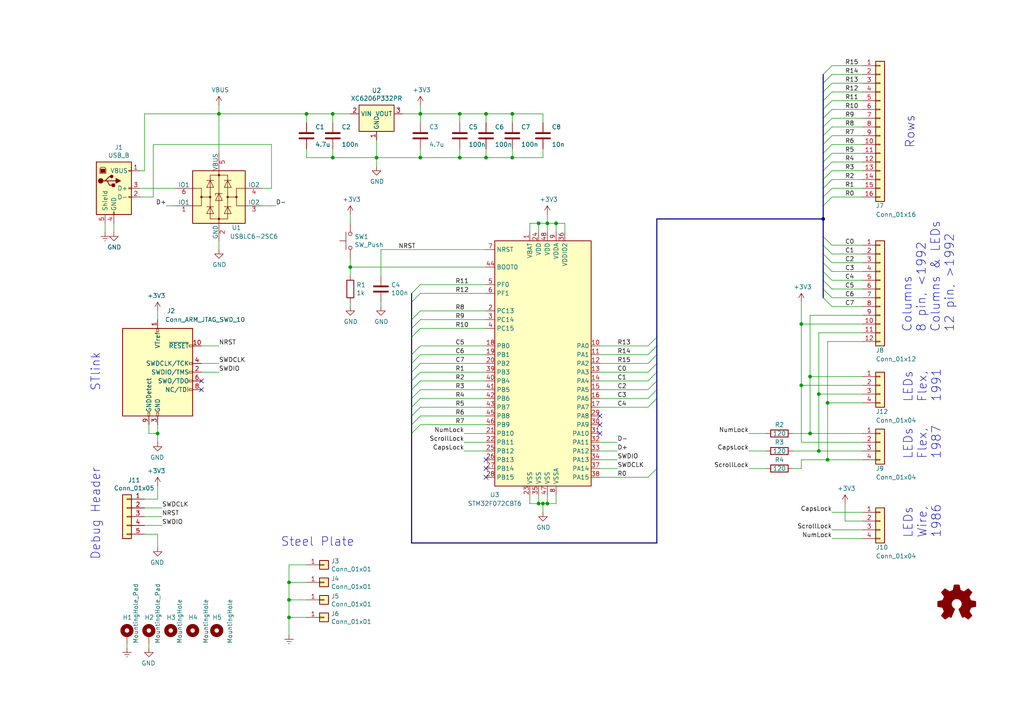
<source format=kicad_sch>
(kicad_sch (version 20211123) (generator eeschema)
  (paper "A4")
  (title_block (title "Model M Controller based on STM32F072") (date "2022-12-22") (rev "1.1") (comment 2 "This source describes Open Hardware and is licensed under the CERN-OHL-S v2\\nYou may redistribute and modify this documentation and make products using it\\nunder the terms of the CERN-OHL-S v2 (https:/cern.ch/cern-ohl).\\nThis documentation is distributed WITHOUT ANY EXPRESS OR IMPLIED WARRANTY") (comment 4 "Copyright Christoph Zimmermann 2021."))
  (lib_symbols
    (symbol "Connector:Conn_ARM_JTAG_SWD_10" (pin_names (offset 1.016))
      (property "Reference" "J" (at -2.54 16.51 0))
      (property "Value" "Conn_ARM_JTAG_SWD_10" (at -2.54 13.97 0))
      (symbol "Conn_ARM_JTAG_SWD_10_1_1"
        (pin power_in line (at 0 15.24 270) (length 2.54) (name "VTref") (number "1"))
        (pin open_collector line (at 12.7 7.62 180) (length 2.54) (name "~{RESET}") (number "10"))
        (pin bidirectional line (at 12.7 0 180) (length 2.54) (name "SWDIO/TMS") (number "2"))
        (pin power_in line (at 0 -15.24 90) (length 2.54) (name "GND") (number "3"))
        (pin output line (at 12.7 2.54 180) (length 2.54) (name "SWDCLK/TCK") (number "4"))
        (pin passive line (at 0 -15.24 90) (length 2.54) hide (name "GND") (number "5"))
        (pin input line (at 12.7 -2.54 180) (length 2.54) (name "SWO/TDO") (number "6"))
        (pin no_connect line (at -10.16 0 0) (length 2.54) hide (name "KEY") (number "7"))
        (pin output line (at 12.7 -5.08 180) (length 2.54) (name "NC/TDI") (number "8"))
        (pin passive line (at -2.54 -15.24 90) (length 2.54) (name "GNDDetect") (number "9"))
      )
    )
    (symbol "Connector_Generic:Conn_01x01" (pin_names (offset 1.016) hide)
      (property "Reference" "J" (at 0 2.54 0))
      (property "Value" "Conn_01x01" (at 0 -2.54 0))
      (symbol "Conn_01x01_1_1"
        (pin passive line (at -5.08 0 0) (length 3.81) (name "Pin_1") (number "1"))
      )
    )
    (symbol "Connector_Generic:Conn_01x04" (pin_names (offset 1.016) hide)
      (property "Reference" "J" (at 0 5.08 0))
      (property "Value" "Conn_01x04" (at 0 -7.62 0))
      (symbol "Conn_01x04_1_1"
        (pin passive line (at -5.08 2.54 0) (length 3.81) (name "Pin_1") (number "1"))
        (pin passive line (at -5.08 0 0) (length 3.81) (name "Pin_2") (number "2"))
        (pin passive line (at -5.08 -2.54 0) (length 3.81) (name "Pin_3") (number "3"))
        (pin passive line (at -5.08 -5.08 0) (length 3.81) (name "Pin_4") (number "4"))
      )
    )
    (symbol "Connector_Generic:Conn_01x05" (pin_names (offset 1.016) hide)
      (property "Reference" "J" (at 0 7.62 0))
      (property "Value" "Conn_01x05" (at 0 -7.62 0))
      (symbol "Conn_01x05_1_1"
        (pin passive line (at -5.08 5.08 0) (length 3.81) (name "Pin_1") (number "1"))
        (pin passive line (at -5.08 2.54 0) (length 3.81) (name "Pin_2") (number "2"))
        (pin passive line (at -5.08 0 0) (length 3.81) (name "Pin_3") (number "3"))
        (pin passive line (at -5.08 -2.54 0) (length 3.81) (name "Pin_4") (number "4"))
        (pin passive line (at -5.08 -5.08 0) (length 3.81) (name "Pin_5") (number "5"))
      )
    )
    (symbol "Connector_Generic:Conn_01x12" (pin_names (offset 1.016) hide)
      (property "Reference" "J" (at 0 15.24 0))
      (property "Value" "Conn_01x12" (at 0 -17.78 0))
      (symbol "Conn_01x12_1_1"
        (pin passive line (at -5.08 12.7 0) (length 3.81) (name "Pin_1") (number "1"))
        (pin passive line (at -5.08 -10.16 0) (length 3.81) (name "Pin_10") (number "10"))
        (pin passive line (at -5.08 -12.7 0) (length 3.81) (name "Pin_11") (number "11"))
        (pin passive line (at -5.08 -15.24 0) (length 3.81) (name "Pin_12") (number "12"))
        (pin passive line (at -5.08 10.16 0) (length 3.81) (name "Pin_2") (number "2"))
        (pin passive line (at -5.08 7.62 0) (length 3.81) (name "Pin_3") (number "3"))
        (pin passive line (at -5.08 5.08 0) (length 3.81) (name "Pin_4") (number "4"))
        (pin passive line (at -5.08 2.54 0) (length 3.81) (name "Pin_5") (number "5"))
        (pin passive line (at -5.08 0 0) (length 3.81) (name "Pin_6") (number "6"))
        (pin passive line (at -5.08 -2.54 0) (length 3.81) (name "Pin_7") (number "7"))
        (pin passive line (at -5.08 -5.08 0) (length 3.81) (name "Pin_8") (number "8"))
        (pin passive line (at -5.08 -7.62 0) (length 3.81) (name "Pin_9") (number "9"))
      )
    )
    (symbol "Connector_Generic:Conn_01x16" (pin_names (offset 1.016) hide)
      (property "Reference" "J" (at 0 20.32 0))
      (property "Value" "Conn_01x16" (at 0 -22.86 0))
      (symbol "Conn_01x16_1_1"
        (pin passive line (at -5.08 17.78 0) (length 3.81) (name "Pin_1") (number "1"))
        (pin passive line (at -5.08 -5.08 0) (length 3.81) (name "Pin_10") (number "10"))
        (pin passive line (at -5.08 -7.62 0) (length 3.81) (name "Pin_11") (number "11"))
        (pin passive line (at -5.08 -10.16 0) (length 3.81) (name "Pin_12") (number "12"))
        (pin passive line (at -5.08 -12.7 0) (length 3.81) (name "Pin_13") (number "13"))
        (pin passive line (at -5.08 -15.24 0) (length 3.81) (name "Pin_14") (number "14"))
        (pin passive line (at -5.08 -17.78 0) (length 3.81) (name "Pin_15") (number "15"))
        (pin passive line (at -5.08 -20.32 0) (length 3.81) (name "Pin_16") (number "16"))
        (pin passive line (at -5.08 15.24 0) (length 3.81) (name "Pin_2") (number "2"))
        (pin passive line (at -5.08 12.7 0) (length 3.81) (name "Pin_3") (number "3"))
        (pin passive line (at -5.08 10.16 0) (length 3.81) (name "Pin_4") (number "4"))
        (pin passive line (at -5.08 7.62 0) (length 3.81) (name "Pin_5") (number "5"))
        (pin passive line (at -5.08 5.08 0) (length 3.81) (name "Pin_6") (number "6"))
        (pin passive line (at -5.08 2.54 0) (length 3.81) (name "Pin_7") (number "7"))
        (pin passive line (at -5.08 0 0) (length 3.81) (name "Pin_8") (number "8"))
        (pin passive line (at -5.08 -2.54 0) (length 3.81) (name "Pin_9") (number "9"))
      )
    )
    (symbol "Device:C" (pin_numbers hide) (pin_names (offset 0.254))
      (property "Reference" "C" (at 0.635 2.54 0))
      (property "Value" "C" (at 0.635 -2.54 0))
      (symbol "C_1_1"
        (pin passive line (at 0 3.81 270) (length 2.794) (name "~") (number "1"))
        (pin passive line (at 0 -3.81 90) (length 2.794) (name "~") (number "2"))
      )
    )
    (symbol "Device:R" (pin_numbers hide) (pin_names (offset 0))
      (property "Reference" "R" (at 2.032 0 90))
      (property "Value" "R" (at 0 0 90))
      (symbol "R_1_1"
        (pin passive line (at 0 3.81 270) (length 1.27) (name "~") (number "1"))
        (pin passive line (at 0 -3.81 90) (length 1.27) (name "~") (number "2"))
      )
    )
    (symbol "Graphic:Logo_Open_Hardware_Small" (pin_names (offset 1.016)))
    (symbol "MCU_ST_STM32F0:STM32F072CBTx"
      (property "Reference" "U" (at -15.24 36.83 0))
      (property "Value" "STM32F072CBTx" (at 7.62 36.83 0))
      (symbol "STM32F072CBTx_1_1"
        (pin power_in line (at -5.08 38.1 270) (length 2.54) (name "VBAT") (number "1"))
        (pin bidirectional line (at 15.24 5.08 180) (length 2.54) (name "PA0") (number "10"))
        (pin bidirectional line (at 15.24 2.54 180) (length 2.54) (name "PA1") (number "11"))
        (pin bidirectional line (at 15.24 0 180) (length 2.54) (name "PA2") (number "12"))
        (pin bidirectional line (at 15.24 -2.54 180) (length 2.54) (name "PA3") (number "13"))
        (pin bidirectional line (at 15.24 -5.08 180) (length 2.54) (name "PA4") (number "14"))
        (pin bidirectional line (at 15.24 -7.62 180) (length 2.54) (name "PA5") (number "15"))
        (pin bidirectional line (at 15.24 -10.16 180) (length 2.54) (name "PA6") (number "16"))
        (pin bidirectional line (at 15.24 -12.7 180) (length 2.54) (name "PA7") (number "17"))
        (pin bidirectional line (at -17.78 5.08 0) (length 2.54) (name "PB0") (number "18"))
        (pin bidirectional line (at -17.78 2.54 0) (length 2.54) (name "PB1") (number "19"))
        (pin bidirectional line (at -17.78 15.24 0) (length 2.54) (name "PC13") (number "2"))
        (pin bidirectional line (at -17.78 0 0) (length 2.54) (name "PB2") (number "20"))
        (pin bidirectional line (at -17.78 -20.32 0) (length 2.54) (name "PB10") (number "21"))
        (pin bidirectional line (at -17.78 -22.86 0) (length 2.54) (name "PB11") (number "22"))
        (pin power_in line (at -5.08 -38.1 90) (length 2.54) (name "VSS") (number "23"))
        (pin power_in line (at -2.54 38.1 270) (length 2.54) (name "VDD") (number "24"))
        (pin bidirectional line (at -17.78 -25.4 0) (length 2.54) (name "PB12") (number "25"))
        (pin bidirectional line (at -17.78 -27.94 0) (length 2.54) (name "PB13") (number "26"))
        (pin bidirectional line (at -17.78 -30.48 0) (length 2.54) (name "PB14") (number "27"))
        (pin bidirectional line (at -17.78 -33.02 0) (length 2.54) (name "PB15") (number "28"))
        (pin bidirectional line (at 15.24 -15.24 180) (length 2.54) (name "PA8") (number "29"))
        (pin bidirectional line (at -17.78 12.7 0) (length 2.54) (name "PC14") (number "3"))
        (pin bidirectional line (at 15.24 -17.78 180) (length 2.54) (name "PA9") (number "30"))
        (pin bidirectional line (at 15.24 -20.32 180) (length 2.54) (name "PA10") (number "31"))
        (pin bidirectional line (at 15.24 -22.86 180) (length 2.54) (name "PA11") (number "32"))
        (pin bidirectional line (at 15.24 -25.4 180) (length 2.54) (name "PA12") (number "33"))
        (pin bidirectional line (at 15.24 -27.94 180) (length 2.54) (name "PA13") (number "34"))
        (pin power_in line (at -2.54 -38.1 90) (length 2.54) (name "VSS") (number "35"))
        (pin power_in line (at 5.08 38.1 270) (length 2.54) (name "VDDIO2") (number "36"))
        (pin bidirectional line (at 15.24 -30.48 180) (length 2.54) (name "PA14") (number "37"))
        (pin bidirectional line (at 15.24 -33.02 180) (length 2.54) (name "PA15") (number "38"))
        (pin bidirectional line (at -17.78 -2.54 0) (length 2.54) (name "PB3") (number "39"))
        (pin bidirectional line (at -17.78 10.16 0) (length 2.54) (name "PC15") (number "4"))
        (pin bidirectional line (at -17.78 -5.08 0) (length 2.54) (name "PB4") (number "40"))
        (pin bidirectional line (at -17.78 -7.62 0) (length 2.54) (name "PB5") (number "41"))
        (pin bidirectional line (at -17.78 -10.16 0) (length 2.54) (name "PB6") (number "42"))
        (pin bidirectional line (at -17.78 -12.7 0) (length 2.54) (name "PB7") (number "43"))
        (pin input line (at -17.78 27.94 0) (length 2.54) (name "BOOT0") (number "44"))
        (pin bidirectional line (at -17.78 -15.24 0) (length 2.54) (name "PB8") (number "45"))
        (pin bidirectional line (at -17.78 -17.78 0) (length 2.54) (name "PB9") (number "46"))
        (pin power_in line (at 0 -38.1 90) (length 2.54) (name "VSS") (number "47"))
        (pin power_in line (at 0 38.1 270) (length 2.54) (name "VDD") (number "48"))
        (pin input line (at -17.78 22.86 0) (length 2.54) (name "PF0") (number "5"))
        (pin input line (at -17.78 20.32 0) (length 2.54) (name "PF1") (number "6"))
        (pin input line (at -17.78 33.02 0) (length 2.54) (name "NRST") (number "7"))
        (pin power_in line (at 2.54 -38.1 90) (length 2.54) (name "VSSA") (number "8"))
        (pin power_in line (at 2.54 38.1 270) (length 2.54) (name "VDDA") (number "9"))
      )
    )
    (symbol "Mechanical:MountingHole" (pin_names (offset 1.016))
      (property "Reference" "H" (at 0 5.08 0))
      (property "Value" "MountingHole" (at 0 3.175 0))
    )
    (symbol "Mechanical:MountingHole_Pad" (pin_numbers hide) (pin_names (offset 1.016) hide)
      (property "Reference" "H" (at 0 6.35 0))
      (property "Value" "MountingHole_Pad" (at 0 4.445 0))
      (symbol "MountingHole_Pad_1_1"
        (pin input line (at 0 -2.54 90) (length 2.54) (name "1") (number "1"))
      )
    )
    (symbol "Regulator_Linear:HT75xx-1-SOT89"
      (property "Reference" "U" (at -5.08 -3.81 0))
      (property "Value" "HT75xx-1-SOT89" (at 0 6.35 0))
      (symbol "HT75xx-1-SOT89_1_1"
        (pin power_in line (at 0 -5.08 90) (length 2.54) (name "GND") (number "1"))
        (pin power_in line (at -7.62 2.54 0) (length 2.54) (name "VIN") (number "2"))
        (pin power_out line (at 7.62 2.54 180) (length 2.54) (name "VOUT") (number "3"))
      )
    )
    (symbol "Switch:SW_Push" (pin_numbers hide) (pin_names (offset 1.016) hide)
      (property "Reference" "SW" (at 1.27 2.54 0))
      (property "Value" "SW_Push" (at 0 -1.524 0))
      (symbol "SW_Push_0_1"
        (pin passive line (at -5.08 0 0) (length 2.54) (name "1") (number "1"))
        (pin passive line (at 5.08 0 180) (length 2.54) (name "2") (number "2"))
      )
    )
    (symbol "ctrl-m-rescue:+3.3V-power" (power) (pin_names (offset 0))
      (property "Value" "+3.3V-power" (at 0 3.556 0))
      (symbol "+3.3V-power_1_1"
        (pin power_in line (at 0 0 90) (length 0) hide (name "+3V3") (number "1"))
      )
    )
    (symbol "ctrl-m-rescue:USBLC6-2SC6-Power_Protection-modelm-rescue" (pin_names (offset 0))
      (property "Reference" "U" (at 5.08 8.89 0))
      (property "Value" "USBLC6-2SC6-Power_Protection-modelm-rescue" (at 10.16 -10.16 0))
      (symbol "USBLC6-2SC6-Power_Protection-modelm-rescue_1_1"
        (pin passive line (at -12.7 -2.54 0) (length 5.08) (name "IO1") (number "1"))
        (pin passive line (at 0 -12.7 90) (length 5.08) (name "GND") (number "2"))
        (pin passive line (at 12.7 -2.54 180) (length 5.08) (name "IO2") (number "3"))
        (pin passive line (at 12.7 2.54 180) (length 5.08) (name "IO2") (number "4"))
        (pin passive line (at 0 12.7 270) (length 5.08) (name "VBUS") (number "5"))
        (pin passive line (at -12.7 2.54 0) (length 5.08) (name "IO1") (number "6"))
      )
    )
    (symbol "ctrl-m-rescue:USB_B-Connector-modelm-rescue" (pin_names (offset 1.016))
      (property "Reference" "J" (at -5.08 11.43 0))
      (property "Value" "USB_B-Connector-modelm-rescue" (at -5.08 8.89 0))
      (symbol "USB_B-Connector-modelm-rescue_1_1"
        (pin power_out line (at 7.62 5.08 180) (length 2.54) (name "VBUS") (number "1"))
        (pin passive line (at 7.62 -2.54 180) (length 2.54) (name "D-") (number "2"))
        (pin passive line (at 7.62 0 180) (length 2.54) (name "D+") (number "3"))
        (pin power_out line (at 0 -10.16 90) (length 2.54) (name "GND") (number "4"))
        (pin passive line (at -2.54 -10.16 90) (length 2.54) (name "Shield") (number "5"))
      )
    )
    (symbol "power:Earth" (power) (pin_names (offset 0))
      (symbol "Earth_1_1"
        (pin power_in line (at 0 0 270) (length 0) hide (name "Earth") (number "1"))
      )
    )
    (symbol "power:GND" (power) (pin_names (offset 0))
      (property "Value" "GND" (at 0 -3.81 0))
      (symbol "GND_1_1"
        (pin power_in line (at 0 0 270) (length 0) hide (name "GND") (number "1"))
      )
    )
    (symbol "power:VBUS" (power) (pin_names (offset 0))
      (property "Value" "VBUS" (at 0 3.81 0))
      (symbol "VBUS_1_1"
        (pin power_in line (at 0 0 90) (length 0) hide (name "VBUS") (number "1"))
      )
    )
  )
  (junction (at 158.75 64.77))
  (junction (at 83.82 179.07))
  (junction (at 148.59 45.72))
  (junction (at 88.9 33.02))
  (junction (at 140.97 33.02))
  (junction (at 232.41 93.98))
  (junction (at 63.5 33.02))
  (junction (at 45.72 125.73))
  (junction (at 240.03 116.84))
  (junction (at 121.92 33.02))
  (junction (at 237.49 130.81))
  (junction (at 158.75 146.05))
  (junction (at 238.76 63.5))
  (junction (at 232.41 111.76))
  (junction (at 237.49 114.3))
  (junction (at 133.35 33.02))
  (junction (at 133.35 45.72))
  (junction (at 96.52 45.72))
  (junction (at 121.92 45.72))
  (junction (at 101.6 77.47))
  (junction (at 161.29 64.77))
  (junction (at 157.48 146.05))
  (junction (at 83.82 168.91))
  (junction (at 148.59 33.02))
  (junction (at 83.82 173.99))
  (junction (at 96.52 33.02))
  (junction (at 109.22 45.72))
  (junction (at 140.97 45.72))
  (junction (at 156.21 146.05))
  (junction (at 156.21 64.77))
  (junction (at 240.03 133.35))
  (junction (at 234.95 109.22))
  (junction (at 234.95 125.73))
  (no_connect (at 173.99 123.19))
  (no_connect (at 140.97 138.43))
  (no_connect (at 140.97 135.89))
  (no_connect (at 173.99 125.73))
  (no_connect (at 140.97 133.35))
  (no_connect (at 173.99 120.65))
  (no_connect (at 58.42 113.03))
  (no_connect (at 58.42 110.49))
  (bus_entry (at 190.5 100.33) (size -2.54 2.54))
  (bus_entry (at 119.38 95.25) (size 2.54 -2.54))
  (bus_entry (at 190.5 135.89) (size -2.54 2.54))
  (bus_entry (at 119.38 92.71) (size 2.54 -2.54))
  (bus_entry (at 190.5 115.57) (size -2.54 2.54))
  (bus_entry (at 119.38 123.19) (size 2.54 -2.54))
  (bus_entry (at 238.76 21.59) (size 2.54 -2.54))
  (bus_entry (at 238.76 76.2) (size 2.54 2.54))
  (bus_entry (at 238.76 73.66) (size 2.54 2.54))
  (bus_entry (at 238.76 41.91) (size 2.54 -2.54))
  (bus_entry (at 190.5 105.41) (size -2.54 2.54))
  (bus_entry (at 190.5 113.03) (size -2.54 2.54))
  (bus_entry (at 119.38 85.09) (size 2.54 -2.54))
  (bus_entry (at 238.76 86.36) (size 2.54 2.54))
  (bus_entry (at 119.38 107.95) (size 2.54 -2.54))
  (bus_entry (at 238.76 36.83) (size 2.54 -2.54))
  (bus_entry (at 190.5 97.79) (size -2.54 2.54))
  (bus_entry (at 238.76 78.74) (size 2.54 2.54))
  (bus_entry (at 119.38 113.03) (size 2.54 -2.54))
  (bus_entry (at 238.76 26.67) (size 2.54 -2.54))
  (bus_entry (at 238.76 59.69) (size 2.54 -2.54))
  (bus_entry (at 238.76 46.99) (size 2.54 -2.54))
  (bus_entry (at 190.5 110.49) (size -2.54 2.54))
  (bus_entry (at 119.38 120.65) (size 2.54 -2.54))
  (bus_entry (at 238.76 68.58) (size 2.54 2.54))
  (bus_entry (at 119.38 115.57) (size 2.54 -2.54))
  (bus_entry (at 119.38 102.87) (size 2.54 -2.54))
  (bus_entry (at 119.38 105.41) (size 2.54 -2.54))
  (bus_entry (at 238.76 29.21) (size 2.54 -2.54))
  (bus_entry (at 238.76 71.12) (size 2.54 2.54))
  (bus_entry (at 238.76 52.07) (size 2.54 -2.54))
  (bus_entry (at 238.76 24.13) (size 2.54 -2.54))
  (bus_entry (at 238.76 44.45) (size 2.54 -2.54))
  (bus_entry (at 238.76 81.28) (size 2.54 2.54))
  (bus_entry (at 119.38 97.79) (size 2.54 -2.54))
  (bus_entry (at 119.38 118.11) (size 2.54 -2.54))
  (bus_entry (at 238.76 57.15) (size 2.54 -2.54))
  (bus_entry (at 238.76 31.75) (size 2.54 -2.54))
  (bus_entry (at 190.5 107.95) (size -2.54 2.54))
  (bus_entry (at 238.76 54.61) (size 2.54 -2.54))
  (bus_entry (at 190.5 102.87) (size -2.54 2.54))
  (bus_entry (at 119.38 110.49) (size 2.54 -2.54))
  (bus_entry (at 238.76 34.29) (size 2.54 -2.54))
  (bus_entry (at 238.76 49.53) (size 2.54 -2.54))
  (bus_entry (at 238.76 39.37) (size 2.54 -2.54))
  (bus_entry (at 238.76 83.82) (size 2.54 2.54))
  (bus_entry (at 119.38 125.73) (size 2.54 -2.54))
  (bus_entry (at 119.38 87.63) (size 2.54 -2.54))
  (wire (pts (xy 241.3 156.21) (xy 250.19 156.21)))
  (wire (pts (xy 173.99 100.33) (xy 187.96 100.33)))
  (wire (pts (xy 158.75 146.05) (xy 161.29 146.05)))
  (wire (pts (xy 250.19 36.83) (xy 241.3 36.83)))
  (wire (pts (xy 41.91 154.94) (xy 45.72 154.94)))
  (wire (pts (xy 173.99 107.95) (xy 187.96 107.95)))
  (wire (pts (xy 121.92 120.65) (xy 140.97 120.65)))
  (wire (pts (xy 121.92 113.03) (xy 140.97 113.03)))
  (wire (pts (xy 229.87 130.81) (xy 237.49 130.81)))
  (bus (pts (xy 119.38 105.41) (xy 119.38 107.95)))
  (wire (pts (xy 40.64 49.53) (xy 41.91 49.53)))
  (wire (pts (xy 41.91 147.32) (xy 46.99 147.32)))
  (wire (pts (xy 237.49 130.81) (xy 250.19 130.81)))
  (wire (pts (xy 140.97 128.27) (xy 134.62 128.27)))
  (bus (pts (xy 238.76 63.5) (xy 238.76 68.58)))
  (bus (pts (xy 119.38 97.79) (xy 119.38 102.87)))
  (wire (pts (xy 241.3 34.29) (xy 250.19 34.29)))
  (wire (pts (xy 121.92 90.17) (xy 140.97 90.17)))
  (wire (pts (xy 156.21 143.51) (xy 156.21 146.05)))
  (wire (pts (xy 101.6 74.93) (xy 101.6 77.47)))
  (wire (pts (xy 245.11 151.13) (xy 250.19 151.13)))
  (wire (pts (xy 241.3 148.59) (xy 250.19 148.59)))
  (wire (pts (xy 121.92 115.57) (xy 140.97 115.57)))
  (wire (pts (xy 134.62 130.81) (xy 140.97 130.81)))
  (wire (pts (xy 250.19 93.98) (xy 232.41 93.98)))
  (wire (pts (xy 250.19 78.74) (xy 241.3 78.74)))
  (wire (pts (xy 241.3 153.67) (xy 250.19 153.67)))
  (wire (pts (xy 237.49 114.3) (xy 250.19 114.3)))
  (wire (pts (xy 241.3 81.28) (xy 250.19 81.28)))
  (wire (pts (xy 40.64 57.15) (xy 44.45 57.15)))
  (bus (pts (xy 119.38 95.25) (xy 119.38 97.79)))
  (wire (pts (xy 158.75 64.77) (xy 161.29 64.77)))
  (bus (pts (xy 119.38 107.95) (xy 119.38 110.49)))
  (wire (pts (xy 109.22 45.72) (xy 109.22 48.26)))
  (wire (pts (xy 173.99 110.49) (xy 187.96 110.49)))
  (bus (pts (xy 238.76 54.61) (xy 238.76 57.15)))
  (wire (pts (xy 241.3 29.21) (xy 250.19 29.21)))
  (wire (pts (xy 232.41 128.27) (xy 250.19 128.27)))
  (wire (pts (xy 44.45 41.91) (xy 78.74 41.91)))
  (wire (pts (xy 140.97 33.02) (xy 148.59 33.02)))
  (wire (pts (xy 250.19 41.91) (xy 241.3 41.91)))
  (wire (pts (xy 121.92 118.11) (xy 140.97 118.11)))
  (wire (pts (xy 43.18 186.69) (xy 43.18 187.96)))
  (wire (pts (xy 121.92 82.55) (xy 140.97 82.55)))
  (wire (pts (xy 76.2 59.69) (xy 80.01 59.69)))
  (wire (pts (xy 250.19 88.9) (xy 241.3 88.9)))
  (wire (pts (xy 232.41 135.89) (xy 232.41 133.35)))
  (wire (pts (xy 109.22 40.64) (xy 109.22 45.72)))
  (wire (pts (xy 133.35 35.56) (xy 133.35 33.02)))
  (wire (pts (xy 41.91 33.02) (xy 41.91 49.53)))
  (wire (pts (xy 229.87 135.89) (xy 232.41 135.89)))
  (bus (pts (xy 238.76 78.74) (xy 238.76 81.28)))
  (bus (pts (xy 119.38 125.73) (xy 119.38 157.48)))
  (wire (pts (xy 173.99 115.57) (xy 187.96 115.57)))
  (bus (pts (xy 119.38 102.87) (xy 119.38 105.41)))
  (wire (pts (xy 157.48 146.05) (xy 158.75 146.05)))
  (bus (pts (xy 119.38 87.63) (xy 119.38 92.71)))
  (bus (pts (xy 190.5 105.41) (xy 190.5 107.95)))
  (wire (pts (xy 173.99 128.27) (xy 179.07 128.27)))
  (wire (pts (xy 232.41 111.76) (xy 250.19 111.76)))
  (wire (pts (xy 44.45 57.15) (xy 44.45 41.91)))
  (wire (pts (xy 45.72 144.78) (xy 45.72 140.97)))
  (wire (pts (xy 43.18 123.19) (xy 43.18 125.73)))
  (wire (pts (xy 58.42 105.41) (xy 63.5 105.41)))
  (wire (pts (xy 101.6 87.63) (xy 101.6 88.9)))
  (wire (pts (xy 158.75 143.51) (xy 158.75 146.05)))
  (wire (pts (xy 121.92 105.41) (xy 140.97 105.41)))
  (wire (pts (xy 41.91 33.02) (xy 63.5 33.02)))
  (wire (pts (xy 240.03 116.84) (xy 250.19 116.84)))
  (bus (pts (xy 238.76 36.83) (xy 238.76 39.37)))
  (wire (pts (xy 222.25 135.89) (xy 217.17 135.89)))
  (wire (pts (xy 88.9 179.07) (xy 83.82 179.07)))
  (bus (pts (xy 238.76 83.82) (xy 238.76 86.36)))
  (wire (pts (xy 43.18 125.73) (xy 45.72 125.73)))
  (wire (pts (xy 250.19 31.75) (xy 241.3 31.75)))
  (bus (pts (xy 119.38 118.11) (xy 119.38 120.65)))
  (wire (pts (xy 241.3 39.37) (xy 250.19 39.37)))
  (bus (pts (xy 238.76 59.69) (xy 238.76 63.5)))
  (wire (pts (xy 121.92 100.33) (xy 140.97 100.33)))
  (wire (pts (xy 148.59 43.18) (xy 148.59 45.72)))
  (bus (pts (xy 190.5 63.5) (xy 238.76 63.5)))
  (wire (pts (xy 237.49 96.52) (xy 237.49 114.3)))
  (wire (pts (xy 250.19 109.22) (xy 234.95 109.22)))
  (wire (pts (xy 83.82 184.15) (xy 83.82 179.07)))
  (wire (pts (xy 245.11 146.05) (xy 245.11 151.13)))
  (wire (pts (xy 83.82 179.07) (xy 83.82 173.99)))
  (wire (pts (xy 50.8 59.69) (xy 48.26 59.69)))
  (wire (pts (xy 173.99 130.81) (xy 179.07 130.81)))
  (wire (pts (xy 241.3 24.13) (xy 250.19 24.13)))
  (wire (pts (xy 157.48 43.18) (xy 157.48 45.72)))
  (wire (pts (xy 232.41 111.76) (xy 232.41 128.27)))
  (wire (pts (xy 45.72 92.71) (xy 45.72 90.17)))
  (bus (pts (xy 238.76 46.99) (xy 238.76 49.53)))
  (wire (pts (xy 241.3 44.45) (xy 250.19 44.45)))
  (wire (pts (xy 241.3 71.12) (xy 250.19 71.12)))
  (wire (pts (xy 88.9 43.18) (xy 88.9 45.72)))
  (bus (pts (xy 238.76 57.15) (xy 238.76 59.69)))
  (wire (pts (xy 173.99 105.41) (xy 187.96 105.41)))
  (bus (pts (xy 190.5 100.33) (xy 190.5 102.87)))
  (bus (pts (xy 119.38 120.65) (xy 119.38 123.19)))
  (bus (pts (xy 119.38 123.19) (xy 119.38 125.73)))
  (wire (pts (xy 83.82 173.99) (xy 83.82 168.91)))
  (wire (pts (xy 121.92 123.19) (xy 140.97 123.19)))
  (wire (pts (xy 173.99 113.03) (xy 187.96 113.03)))
  (wire (pts (xy 237.49 114.3) (xy 237.49 130.81)))
  (bus (pts (xy 238.76 29.21) (xy 238.76 31.75)))
  (wire (pts (xy 241.3 76.2) (xy 250.19 76.2)))
  (bus (pts (xy 238.76 26.67) (xy 238.76 29.21)))
  (wire (pts (xy 101.6 77.47) (xy 101.6 80.01)))
  (wire (pts (xy 234.95 109.22) (xy 234.95 125.73)))
  (wire (pts (xy 161.29 146.05) (xy 161.29 143.51)))
  (wire (pts (xy 173.99 118.11) (xy 187.96 118.11)))
  (wire (pts (xy 173.99 133.35) (xy 179.07 133.35)))
  (wire (pts (xy 234.95 125.73) (xy 229.87 125.73)))
  (wire (pts (xy 83.82 168.91) (xy 83.82 163.83)))
  (wire (pts (xy 78.74 41.91) (xy 78.74 54.61)))
  (bus (pts (xy 119.38 85.09) (xy 119.38 87.63)))
  (wire (pts (xy 96.52 45.72) (xy 109.22 45.72)))
  (wire (pts (xy 241.3 86.36) (xy 250.19 86.36)))
  (wire (pts (xy 88.9 173.99) (xy 83.82 173.99)))
  (wire (pts (xy 240.03 133.35) (xy 250.19 133.35)))
  (bus (pts (xy 238.76 81.28) (xy 238.76 83.82)))
  (wire (pts (xy 88.9 33.02) (xy 96.52 33.02)))
  (wire (pts (xy 148.59 35.56) (xy 148.59 33.02)))
  (bus (pts (xy 238.76 68.58) (xy 238.76 71.12)))
  (wire (pts (xy 222.25 125.73) (xy 217.17 125.73)))
  (wire (pts (xy 250.19 91.44) (xy 234.95 91.44)))
  (wire (pts (xy 121.92 30.48) (xy 121.92 33.02)))
  (wire (pts (xy 133.35 45.72) (xy 121.92 45.72)))
  (wire (pts (xy 121.92 85.09) (xy 140.97 85.09)))
  (wire (pts (xy 45.72 123.19) (xy 45.72 125.73)))
  (wire (pts (xy 156.21 64.77) (xy 158.75 64.77)))
  (bus (pts (xy 119.38 157.48) (xy 190.5 157.48)))
  (bus (pts (xy 238.76 41.91) (xy 238.76 44.45)))
  (bus (pts (xy 190.5 63.5) (xy 190.5 97.79)))
  (wire (pts (xy 153.67 143.51) (xy 153.67 146.05)))
  (wire (pts (xy 63.5 72.39) (xy 63.5 69.85)))
  (wire (pts (xy 41.91 152.4) (xy 46.99 152.4)))
  (wire (pts (xy 161.29 64.77) (xy 163.83 64.77)))
  (wire (pts (xy 58.42 107.95) (xy 63.5 107.95)))
  (wire (pts (xy 110.49 87.63) (xy 110.49 88.9)))
  (wire (pts (xy 250.19 125.73) (xy 234.95 125.73)))
  (wire (pts (xy 240.03 99.06) (xy 240.03 116.84)))
  (bus (pts (xy 190.5 110.49) (xy 190.5 113.03)))
  (wire (pts (xy 63.5 33.02) (xy 63.5 44.45)))
  (wire (pts (xy 153.67 64.77) (xy 156.21 64.77)))
  (bus (pts (xy 238.76 52.07) (xy 238.76 54.61)))
  (bus (pts (xy 190.5 135.89) (xy 190.5 157.48)))
  (bus (pts (xy 119.38 110.49) (xy 119.38 113.03)))
  (bus (pts (xy 238.76 73.66) (xy 238.76 76.2)))
  (wire (pts (xy 153.67 146.05) (xy 156.21 146.05)))
  (wire (pts (xy 121.92 35.56) (xy 121.92 33.02)))
  (wire (pts (xy 121.92 92.71) (xy 140.97 92.71)))
  (wire (pts (xy 41.91 144.78) (xy 45.72 144.78)))
  (wire (pts (xy 148.59 33.02) (xy 157.48 33.02)))
  (wire (pts (xy 232.41 87.63) (xy 232.41 93.98)))
  (bus (pts (xy 238.76 34.29) (xy 238.76 36.83)))
  (wire (pts (xy 78.74 54.61) (xy 76.2 54.61)))
  (wire (pts (xy 241.3 54.61) (xy 250.19 54.61)))
  (wire (pts (xy 133.35 43.18) (xy 133.35 45.72)))
  (bus (pts (xy 238.76 44.45) (xy 238.76 46.99)))
  (wire (pts (xy 187.96 138.43) (xy 173.99 138.43)))
  (bus (pts (xy 238.76 71.12) (xy 238.76 73.66)))
  (wire (pts (xy 36.83 186.69) (xy 36.83 187.96)))
  (bus (pts (xy 238.76 49.53) (xy 238.76 52.07)))
  (wire (pts (xy 121.92 110.49) (xy 140.97 110.49)))
  (wire (pts (xy 250.19 46.99) (xy 241.3 46.99)))
  (wire (pts (xy 250.19 73.66) (xy 241.3 73.66)))
  (wire (pts (xy 121.92 33.02) (xy 133.35 33.02)))
  (wire (pts (xy 250.19 99.06) (xy 240.03 99.06)))
  (wire (pts (xy 40.64 54.61) (xy 50.8 54.61)))
  (wire (pts (xy 163.83 64.77) (xy 163.83 67.31)))
  (bus (pts (xy 238.76 24.13) (xy 238.76 26.67)))
  (wire (pts (xy 30.48 64.77) (xy 30.48 67.31)))
  (wire (pts (xy 153.67 67.31) (xy 153.67 64.77)))
  (wire (pts (xy 158.75 62.23) (xy 158.75 64.77)))
  (wire (pts (xy 222.25 130.81) (xy 217.17 130.81)))
  (wire (pts (xy 63.5 30.48) (xy 63.5 33.02)))
  (wire (pts (xy 148.59 45.72) (xy 140.97 45.72)))
  (bus (pts (xy 238.76 21.59) (xy 238.76 24.13)))
  (bus (pts (xy 190.5 102.87) (xy 190.5 105.41)))
  (wire (pts (xy 158.75 67.31) (xy 158.75 64.77)))
  (wire (pts (xy 250.19 96.52) (xy 237.49 96.52)))
  (wire (pts (xy 63.5 100.33) (xy 58.42 100.33)))
  (wire (pts (xy 46.99 149.86) (xy 41.91 149.86)))
  (wire (pts (xy 116.84 33.02) (xy 121.92 33.02)))
  (bus (pts (xy 238.76 31.75) (xy 238.76 34.29)))
  (wire (pts (xy 88.9 45.72) (xy 96.52 45.72)))
  (wire (pts (xy 157.48 146.05) (xy 157.48 148.59)))
  (wire (pts (xy 45.72 154.94) (xy 45.72 158.75)))
  (bus (pts (xy 238.76 39.37) (xy 238.76 41.91)))
  (wire (pts (xy 241.3 19.05) (xy 250.19 19.05)))
  (bus (pts (xy 119.38 115.57) (xy 119.38 118.11)))
  (wire (pts (xy 240.03 116.84) (xy 240.03 133.35)))
  (wire (pts (xy 83.82 168.91) (xy 88.9 168.91)))
  (wire (pts (xy 121.92 45.72) (xy 109.22 45.72)))
  (wire (pts (xy 110.49 72.39) (xy 140.97 72.39)))
  (wire (pts (xy 88.9 33.02) (xy 63.5 33.02)))
  (wire (pts (xy 232.41 93.98) (xy 232.41 111.76)))
  (wire (pts (xy 173.99 135.89) (xy 179.07 135.89)))
  (wire (pts (xy 121.92 107.95) (xy 140.97 107.95)))
  (bus (pts (xy 190.5 113.03) (xy 190.5 115.57)))
  (wire (pts (xy 250.19 26.67) (xy 241.3 26.67)))
  (wire (pts (xy 134.62 125.73) (xy 140.97 125.73)))
  (bus (pts (xy 190.5 115.57) (xy 190.5 135.89)))
  (wire (pts (xy 250.19 57.15) (xy 241.3 57.15)))
  (wire (pts (xy 232.41 133.35) (xy 240.03 133.35)))
  (wire (pts (xy 157.48 45.72) (xy 148.59 45.72)))
  (wire (pts (xy 161.29 67.31) (xy 161.29 64.77)))
  (wire (pts (xy 133.35 33.02) (xy 140.97 33.02)))
  (wire (pts (xy 121.92 95.25) (xy 140.97 95.25)))
  (wire (pts (xy 140.97 43.18) (xy 140.97 45.72)))
  (wire (pts (xy 241.3 49.53) (xy 250.19 49.53)))
  (wire (pts (xy 250.19 83.82) (xy 241.3 83.82)))
  (bus (pts (xy 190.5 97.79) (xy 190.5 100.33)))
  (wire (pts (xy 173.99 102.87) (xy 187.96 102.87)))
  (wire (pts (xy 96.52 33.02) (xy 101.6 33.02)))
  (wire (pts (xy 156.21 146.05) (xy 157.48 146.05)))
  (wire (pts (xy 250.19 21.59) (xy 241.3 21.59)))
  (bus (pts (xy 119.38 113.03) (xy 119.38 115.57)))
  (wire (pts (xy 157.48 33.02) (xy 157.48 35.56)))
  (wire (pts (xy 121.92 43.18) (xy 121.92 45.72)))
  (wire (pts (xy 96.52 35.56) (xy 96.52 33.02)))
  (wire (pts (xy 33.02 67.31) (xy 33.02 64.77)))
  (wire (pts (xy 140.97 45.72) (xy 133.35 45.72)))
  (wire (pts (xy 45.72 125.73) (xy 45.72 128.27)))
  (wire (pts (xy 234.95 91.44) (xy 234.95 109.22)))
  (wire (pts (xy 101.6 77.47) (xy 140.97 77.47)))
  (wire (pts (xy 156.21 67.31) (xy 156.21 64.77)))
  (wire (pts (xy 88.9 35.56) (xy 88.9 33.02)))
  (wire (pts (xy 140.97 35.56) (xy 140.97 33.02)))
  (bus (pts (xy 238.76 76.2) (xy 238.76 78.74)))
  (bus (pts (xy 190.5 107.95) (xy 190.5 110.49)))
  (wire (pts (xy 250.19 52.07) (xy 241.3 52.07)))
  (bus (pts (xy 119.38 92.71) (xy 119.38 95.25)))
  (wire (pts (xy 96.52 43.18) (xy 96.52 45.72)))
  (wire (pts (xy 101.6 62.23) (xy 101.6 64.77)))
  (wire (pts (xy 110.49 72.39) (xy 110.49 80.01)))
  (wire (pts (xy 121.92 102.87) (xy 140.97 102.87)))
  (wire (pts (xy 83.82 163.83) (xy 88.9 163.83)))
  (text "LEDs\nFlex,\n1987" (at 273.05 133.35 90) (effects (font (size 2.54 2.54)) (justify left bottom)))
  (text "LEDs\nFlex,\n1991" (at 273.05 116.84 90) (effects (font (size 2.54 2.54)) (justify left bottom)))
  (text "Columns\n8 pin, <1992\nColumns & LEDs\n12 pin, >1992" (at 276.86 96.52 90) (effects (font (size 2.54 2.54)) (justify left bottom)))
  (text "LEDs\nWire,\n1986" (at 273.05 156.21 90) (effects (font (size 2.54 2.54)) (justify left bottom)))
  (text "Debug Header" (at 29.21 162.56 90) (effects (font (size 2.54 2.54)) (justify left bottom)))
  (text "Steel Plate" (at 102.87 158.75 180) (effects (font (size 2.54 2.54)) (justify right bottom)))
  (text "Rows" (at 265.43 43.18 90) (effects (font (size 2.54 2.54)) (justify left bottom)))
  (text " STlink" (at 29.21 115.57 90) (effects (font (size 2.54 2.54)) (justify left bottom)))
  (label "R7" (at 132.08 123.19 0))
  (label "SWDCLK" (at 179.07 135.89 0))
  (label "NumLock" (at 217.17 125.73 180))
  (label "SWDIO" (at 63.5 107.95 0))
  (label "NRST" (at 115.57 72.39 0))
  (label "C2" (at 179.07 113.03 0))
  (label "C5" (at 132.08 100.33 0))
  (label "C6" (at 132.08 102.87 0))
  (label "R8" (at 245.11 36.83 0))
  (label "R13" (at 179.07 100.33 0))
  (label "SWDIO" (at 46.99 152.4 0))
  (label "D-" (at 80.01 59.69 0))
  (label "R4" (at 245.11 46.99 0))
  (label "C0" (at 245.11 71.12 0))
  (label "R0" (at 245.11 57.15 0))
  (label "R13" (at 245.11 24.13 0))
  (label "ScrollLock" (at 134.62 128.27 180))
  (label "C2" (at 245.11 76.2 0))
  (label "SWDCLK" (at 46.99 147.32 0))
  (label "R7" (at 245.11 39.37 0))
  (label "R10" (at 132.08 95.25 0))
  (label "C3" (at 179.07 115.57 0))
  (label "R12" (at 245.11 26.67 0))
  (label "R8" (at 132.08 90.17 0))
  (label "D+" (at 48.26 59.69 180))
  (label "CapsLock" (at 241.3 148.59 180))
  (label "R14" (at 179.07 102.87 0))
  (label "R10" (at 245.11 31.75 0))
  (label "R12" (at 132.08 85.09 0))
  (label "R4" (at 132.08 115.57 0))
  (label "R14" (at 245.11 21.59 0))
  (label "R11" (at 132.08 82.55 0))
  (label "R9" (at 245.11 34.29 0))
  (label "R1" (at 132.08 107.95 0))
  (label "R11" (at 245.11 29.21 0))
  (label "R5" (at 245.11 44.45 0))
  (label "C4" (at 245.11 81.28 0))
  (label "R5" (at 132.08 118.11 0))
  (label "C5" (at 245.11 83.82 0))
  (label "R6" (at 245.11 41.91 0))
  (label "C0" (at 179.07 107.95 0))
  (label "NRST" (at 63.5 100.33 0))
  (label "CapsLock" (at 134.62 130.81 180))
  (label "SWDIO" (at 179.07 133.35 0))
  (label "CapsLock" (at 217.17 130.81 180))
  (label "NumLock" (at 134.62 125.73 180))
  (label "R2" (at 245.11 52.07 0))
  (label "R6" (at 132.08 120.65 0))
  (label "R2" (at 132.08 110.49 0))
  (label "C3" (at 245.11 78.74 0))
  (label "NRST" (at 46.99 149.86 0))
  (label "R15" (at 245.11 19.05 0))
  (label "R1" (at 245.11 54.61 0))
  (label "R15" (at 179.07 105.41 0))
  (label "SWDCLK" (at 63.5 105.41 0))
  (label "NumLock" (at 241.3 156.21 180))
  (label "C1" (at 179.07 110.49 0))
  (label "C1" (at 245.11 73.66 0))
  (label "R9" (at 132.08 92.71 0))
  (label "D-" (at 179.07 128.27 0))
  (label "C6" (at 245.11 86.36 0))
  (label "D+" (at 179.07 130.81 0))
  (label "R0" (at 179.07 138.43 0))
  (label "C7" (at 245.11 88.9 0))
  (label "ScrollLock" (at 241.3 153.67 180))
  (label "C4" (at 179.07 118.11 0))
  (label "R3" (at 245.11 49.53 0))
  (label "C7" (at 132.08 105.41 0))
  (label "ScrollLock" (at 217.17 135.89 180))
  (label "R3" (at 132.08 113.03 0))
  (symbol (lib_id "MCU_ST_STM32F0:STM32F072CBTx") (at 158.75 105.41 0) (unit 1)
    (property "Reference" "U3" (at 143.51 143.51 0))
    (property "Value" "STM32F072CBT6" (at 143.51 146.05 0))
    (property "Footprint" "Package_QFP:LQFP-48_7x7mm_P0.5mm" (effects hide))
    (property "Datasheet" "http://www.st.com/st-web-ui/static/active/en/resource/technical/document/datasheet/DM00090510.pdf" (effects hide))
  )
  (symbol (lib_id "ctrl-m-rescue:USB_B-Connector-modelm-rescue") (at 33.02 54.61 0) (unit 1) (in_bom no)
    (property "Reference" "J1" (at 34.4678 42.7482 0))
    (property "Value" "USB_B" (at 34.4678 45.0596 0))
    (property "Footprint" "Connector_USB:USB_B_OST_USB-B1HSxx_Horizontal" (effects hide))
    (property "Datasheet" " ~" (effects hide))
  )
  (symbol (lib_id "Device:C") (at 88.9 39.37 0) (unit 1)
    (property "Reference" "C1" (at 91.44 36.83 0) (effects (justify left)))
    (property "Value" "4.7u" (at 91.44 41.91 0) (effects (justify left)))
    (property "Footprint" "Capacitor_SMD:C_0805_2012Metric" (effects hide))
  )
  (symbol (lib_id "Device:R") (at 226.06 125.73 270) (unit 1)
    (property "Reference" "R2" (at 226.06 123.19 90))
    (property "Value" "120" (at 226.06 125.73 90))
    (property "Footprint" "Resistor_SMD:R_0603_1608Metric" (effects hide))
  )
  (symbol (lib_id "ctrl-m-rescue:USBLC6-2SC6-Power_Protection-modelm-rescue") (at 63.5 57.15 0) (unit 1)
    (property "Reference" "U1" (at 68.58 66.04 0))
    (property "Value" "USBLC6-2SC6" (at 73.66 68.58 0))
    (property "Footprint" "Package_TO_SOT_SMD:SOT-23-6" (effects hide))
    (property "Datasheet" "http://www2.st.com/resource/en/datasheet/CD00050750.pdf" (effects hide))
  )
  (symbol (lib_id "Connector_Generic:Conn_01x04") (at 255.27 128.27 0) (unit 1) (in_bom no)
    (property "Reference" "J9" (at 254 135.89 0) (effects (justify left)))
    (property "Value" "Conn_01x04" (at 254 138.43 0) (effects (justify left)))
    (property "Footprint" "Connector_FPC_2.54mm:TE_5-520315-4_1x04_P2.54mm_Vertical" (effects hide))
  )
  (symbol (lib_id "Connector_Generic:Conn_01x16") (at 255.27 36.83 0) (unit 1)
    (property "Reference" "J7" (at 254 59.69 0) (effects (justify left)))
    (property "Value" "Conn_01x16" (at 254 62.23 0) (effects (justify left)))
    (property "Footprint" "Connector_FPC_2.54mm:TE_6-520315-6_1x16_P2.54mm_Vertical" (effects hide))
  )
  (symbol (lib_id "Connector:Conn_ARM_JTAG_SWD_10") (at 45.72 107.95 0) (unit 1) (in_bom no)
    (property "Reference" "J2" (at 50.8 90.17 0) (effects (justify right)))
    (property "Value" "Conn_ARM_JTAG_SWD_10" (at 71.12 92.71 0) (effects (justify right)))
    (property "Footprint" "Connector_PinHeader_1.27mm:PinHeader_2x05_P1.27mm_Vertical" (effects hide))
    (property "Datasheet" "http://infocenter.arm.com/help/topic/com.arm.doc.ddi0314h/DDI0314H_coresight_components_trm.pdf" (effects hide))
  )
  (symbol (lib_id "ctrl-m-rescue:+3.3V-power") (at 121.92 30.48 0) (unit 1)
    (property "Reference" "#PWR012" (effects hide))
    (property "Value" "+3.3V" (at 122.301 26.0858 0))
  )
  (symbol (lib_id "ctrl-m-rescue:+3.3V-power") (at 232.41 87.63 0) (unit 1)
    (property "Reference" "#PWR016" (effects hide))
    (property "Value" "+3.3V" (at 232.791 83.2358 0))
  )
  (symbol (lib_id "Connector_Generic:Conn_01x01") (at 93.98 168.91 0) (unit 1) (in_bom no)
    (property "Reference" "J4" (at 96.012 167.8432 0) (effects (justify left)))
    (property "Value" "Conn_01x01" (at 96.012 170.1546 0) (effects (justify left)))
    (property "Footprint" "Connector_Blade:Blade_6.3mm_Horizontal" (effects hide))
  )
  (symbol (lib_id "power:Earth") (at 30.48 67.31 0) (unit 1)
    (property "Reference" "#PWR01" (effects hide))
    (property "Value" "Earth" (effects hide))
  )
  (symbol (lib_id "power:Earth") (at 83.82 184.15 0) (unit 1)
    (property "Reference" "#PWR08" (effects hide))
    (property "Value" "Earth" (effects hide))
  )
  (symbol (lib_id "power:GND") (at 63.5 72.39 0) (unit 1)
    (property "Reference" "#PWR07" (effects hide))
    (property "Value" "GND" (at 63.627 76.7842 0))
  )
  (symbol (lib_id "power:GND") (at 33.02 67.31 0) (unit 1)
    (property "Reference" "#PWR02" (effects hide))
    (property "Value" "GND" (at 33.147 71.7042 0))
  )
  (symbol (lib_id "power:GND") (at 109.22 48.26 0) (unit 1)
    (property "Reference" "#PWR09" (effects hide))
    (property "Value" "GND" (at 109.347 52.6542 0))
  )
  (symbol (lib_id "power:GND") (at 157.48 148.59 0) (unit 1)
    (property "Reference" "#PWR014" (effects hide))
    (property "Value" "GND" (at 157.607 152.9842 0))
  )
  (symbol (lib_id "power:GND") (at 45.72 128.27 0) (mirror y) (unit 1)
    (property "Reference" "#PWR04" (effects hide))
    (property "Value" "GND" (at 45.593 132.6642 0))
  )
  (symbol (lib_id "ctrl-m-rescue:+3.3V-power") (at 45.72 90.17 0) (mirror y) (unit 1)
    (property "Reference" "#PWR03" (effects hide))
    (property "Value" "+3.3V" (at 45.339 85.7758 0))
  )
  (symbol (lib_id "Device:R") (at 226.06 130.81 270) (unit 1)
    (property "Reference" "R3" (at 226.06 128.27 90))
    (property "Value" "120" (at 226.06 130.81 90))
    (property "Footprint" "Resistor_SMD:R_0603_1608Metric" (effects hide))
  )
  (symbol (lib_id "Device:R") (at 226.06 135.89 270) (unit 1)
    (property "Reference" "R4" (at 226.06 133.35 90))
    (property "Value" "120" (at 226.06 135.89 90))
    (property "Footprint" "Resistor_SMD:R_0603_1608Metric" (effects hide))
  )
  (symbol (lib_id "Device:C") (at 96.52 39.37 0) (unit 1)
    (property "Reference" "C2" (at 99.06 36.83 0) (effects (justify left)))
    (property "Value" "100n" (at 99.06 41.91 0) (effects (justify left)))
    (property "Footprint" "Capacitor_SMD:C_0603_1608Metric" (effects hide))
  )
  (symbol (lib_id "Device:C") (at 121.92 39.37 0) (unit 1)
    (property "Reference" "C3" (at 124.46 36.83 0) (effects (justify left)))
    (property "Value" "4.7u" (at 124.46 41.91 0) (effects (justify left)))
    (property "Footprint" "Capacitor_SMD:C_0805_2012Metric" (effects hide))
  )
  (symbol (lib_id "Device:C") (at 133.35 39.37 0) (unit 1)
    (property "Reference" "C5" (at 135.89 36.83 0) (effects (justify left)))
    (property "Value" "100n" (at 135.89 41.91 0) (effects (justify left)))
    (property "Footprint" "Capacitor_SMD:C_0603_1608Metric" (effects hide))
  )
  (symbol (lib_id "Device:C") (at 140.97 39.37 0) (unit 1)
    (property "Reference" "C6" (at 143.51 36.83 0) (effects (justify left)))
    (property "Value" "100n" (at 143.51 41.91 0) (effects (justify left)))
    (property "Footprint" "Capacitor_SMD:C_0603_1608Metric" (effects hide))
  )
  (symbol (lib_id "Device:C") (at 148.59 39.37 0) (unit 1)
    (property "Reference" "C7" (at 151.13 36.83 0) (effects (justify left)))
    (property "Value" "100n" (at 151.13 41.91 0) (effects (justify left)))
    (property "Footprint" "Capacitor_SMD:C_0603_1608Metric" (effects hide))
  )
  (symbol (lib_id "Device:C") (at 157.48 39.37 0) (unit 1)
    (property "Reference" "C8" (at 160.02 36.83 0) (effects (justify left)))
    (property "Value" "10n" (at 160.02 41.91 0) (effects (justify left)))
    (property "Footprint" "Capacitor_SMD:C_0603_1608Metric" (effects hide))
  )
  (symbol (lib_id "Graphic:Logo_Open_Hardware_Small") (at 277.495 175.26 0) (unit 1)
    (property "Reference" "#LOGO1" (effects hide))
    (property "Value" "Logo_Open_Hardware_Small" (effects hide))
  )
  (symbol (lib_id "Connector_Generic:Conn_01x04") (at 255.27 151.13 0) (unit 1) (in_bom no)
    (property "Reference" "J10" (at 254 158.75 0) (effects (justify left)))
    (property "Value" "Conn_01x04" (at 254 161.29 0) (effects (justify left)))
    (property "Footprint" "Connector_PinHeader_2.54mm:PinHeader_1x04_P2.54mm_Horizontal" (effects hide))
  )
  (symbol (lib_id "ctrl-m-rescue:+3.3V-power") (at 245.11 146.05 0) (unit 1)
    (property "Reference" "#PWR017" (effects hide))
    (property "Value" "+3.3V" (at 245.491 141.6558 0))
  )
  (symbol (lib_id "power:VBUS") (at 63.5 30.48 0) (unit 1)
    (property "Reference" "#PWR06" (effects hide))
    (property "Value" "VBUS" (at 63.881 26.0858 0))
  )
  (symbol (lib_id "Device:R") (at 101.6 83.82 180) (unit 1)
    (property "Reference" "R1" (at 103.378 82.6516 0) (effects (justify right)))
    (property "Value" "1k" (at 103.378 84.963 0) (effects (justify right)))
    (property "Footprint" "Resistor_SMD:R_0603_1608Metric" (effects hide))
  )
  (symbol (lib_id "ctrl-m-rescue:+3.3V-power") (at 101.6 62.23 0) (unit 1)
    (property "Reference" "#PWR010" (effects hide))
    (property "Value" "+3.3V" (at 101.981 57.8358 0))
  )
  (symbol (lib_id "Device:C") (at 110.49 83.82 0) (unit 1)
    (property "Reference" "C4" (at 113.411 82.6516 0) (effects (justify left)))
    (property "Value" "100n" (at 113.411 84.963 0) (effects (justify left)))
    (property "Footprint" "Capacitor_SMD:C_0603_1608Metric" (effects hide))
  )
  (symbol (lib_id "power:GND") (at 110.49 88.9 0) (unit 1)
    (property "Reference" "#PWR013" (effects hide))
    (property "Value" "GND" (at 110.617 93.2942 0))
  )
  (symbol (lib_id "power:GND") (at 101.6 88.9 0) (unit 1)
    (property "Reference" "#PWR011" (effects hide))
    (property "Value" "GND" (at 101.727 93.2942 0))
  )
  (symbol (lib_id "Switch:SW_Push") (at 101.6 69.85 90) (unit 1)
    (property "Reference" "SW1" (at 102.8192 68.6816 90) (effects (justify right)))
    (property "Value" "SW_Push" (at 102.8192 70.993 90) (effects (justify right)))
    (property "Footprint" "Button_Switch_THT_narrow:SW_SPST_UK_B0205-G4.3-B-250" (effects hide))
  )
  (symbol (lib_id "ctrl-m-rescue:+3.3V-power") (at 158.75 62.23 0) (unit 1)
    (property "Reference" "#PWR015" (effects hide))
    (property "Value" "+3.3V" (at 159.131 57.8358 0))
  )
  (symbol (lib_id "Mechanical:MountingHole") (at 49.53 182.88 0) (unit 1) (in_bom no)
    (property "Reference" "H3" (at 48.26 179.07 0) (effects (justify left)))
    (property "Value" "MountingHole" (at 52.07 186.69 90) (effects (justify left)))
    (property "Footprint" "MountingHole:MountingHole_4mm_Pad" (effects hide))
  )
  (symbol (lib_id "Mechanical:MountingHole") (at 55.88 182.88 0) (unit 1) (in_bom no)
    (property "Reference" "H4" (at 54.61 179.07 0) (effects (justify left)))
    (property "Value" "MountingHole" (at 59.69 186.69 90) (effects (justify left)))
    (property "Footprint" "MountingHole:MountingHole_4mm_Pad" (effects hide))
  )
  (symbol (lib_id "Connector_Generic:Conn_01x01") (at 93.98 163.83 0) (unit 1) (in_bom no)
    (property "Reference" "J3" (at 96.012 162.7632 0) (effects (justify left)))
    (property "Value" "Conn_01x01" (at 96.012 165.0746 0) (effects (justify left)))
    (property "Footprint" "Connector_Blade:Blade_6.3mm_Horizontal" (effects hide))
  )
  (symbol (lib_id "Connector_Generic:Conn_01x01") (at 93.98 173.99 0) (unit 1) (in_bom no)
    (property "Reference" "J5" (at 96.012 172.9232 0) (effects (justify left)))
    (property "Value" "Conn_01x01" (at 96.012 175.2346 0) (effects (justify left)))
    (property "Footprint" "Connector_Blade:Blade_6.3mm_Horizontal" (effects hide))
  )
  (symbol (lib_id "Connector_Generic:Conn_01x01") (at 93.98 179.07 0) (unit 1) (in_bom no)
    (property "Reference" "J6" (at 96.012 178.0032 0) (effects (justify left)))
    (property "Value" "Conn_01x01" (at 96.012 180.3146 0) (effects (justify left)))
    (property "Footprint" "Connector_Blade:Blade_6.3mm_Horizontal" (effects hide))
  )
  (symbol (lib_id "Connector_Generic:Conn_01x12") (at 255.27 83.82 0) (unit 1) (in_bom no)
    (property "Reference" "J8" (at 254 101.6 0) (effects (justify left)))
    (property "Value" "Conn_01x12" (at 254 104.14 0) (effects (justify left)))
    (property "Footprint" "Connector_FPC_2.54mm:TE_6-520315-2_1x12_P2.54mm_Vertical" (effects hide))
  )
  (symbol (lib_id "Connector_Generic:Conn_01x05") (at 36.83 149.86 0) (mirror y) (unit 1) (in_bom no)
    (property "Reference" "J11" (at 38.9128 139.2682 0))
    (property "Value" "Conn_01x05" (at 38.9128 141.5796 0))
    (property "Footprint" "Connector_PinHeader_2.54mm:PinHeader_1x05_P2.54mm_Vertical" (effects hide))
  )
  (symbol (lib_id "ctrl-m-rescue:+3.3V-power") (at 45.72 140.97 0) (mirror y) (unit 1)
    (property "Reference" "#PWR0101" (effects hide))
    (property "Value" "+3.3V" (at 45.339 136.5758 0))
  )
  (symbol (lib_id "power:GND") (at 45.72 158.75 0) (mirror y) (unit 1)
    (property "Reference" "#PWR0102" (effects hide))
    (property "Value" "GND" (at 45.593 163.1442 0))
  )
  (symbol (lib_id "Connector_Generic:Conn_01x04") (at 255.27 111.76 0) (unit 1) (in_bom no)
    (property "Reference" "J12" (at 254 119.38 0) (effects (justify left)))
    (property "Value" "Conn_01x04" (at 254 121.92 0) (effects (justify left)))
    (property "Footprint" "Connector_FPC_2.54mm:TE_5-520315-4_1x04_P2.54mm_Vertical" (effects hide))
  )
  (symbol (lib_id "Mechanical:MountingHole_Pad") (at 43.18 184.15 0) (unit 1) (in_bom no)
    (property "Reference" "H2" (at 41.91 179.07 0) (effects (justify left)))
    (property "Value" "MountingHole_Pad" (at 45.72 186.69 90) (effects (justify left)))
    (property "Footprint" "MountingHole:MountingHole_3.2mm_M3_Pad" (effects hide))
  )
  (symbol (lib_id "Mechanical:MountingHole_Pad") (at 36.83 184.15 0) (unit 1) (in_bom no)
    (property "Reference" "H1" (at 35.56 179.07 0) (effects (justify left)))
    (property "Value" "MountingHole_Pad" (at 39.37 186.69 90) (effects (justify left)))
    (property "Footprint" "MountingHole:MountingHole_3.2mm_M3_Pad" (effects hide))
  )
  (symbol (lib_id "power:GND") (at 43.18 187.96 0) (mirror y) (unit 1)
    (property "Reference" "#PWR0103" (effects hide))
    (property "Value" "GND" (at 43.053 192.3542 0))
  )
  (symbol (lib_id "power:Earth") (at 36.83 187.96 0) (unit 1)
    (property "Reference" "#PWR0104" (effects hide))
    (property "Value" "Earth" (effects hide))
  )
  (symbol (lib_id "Regulator_Linear:HT75xx-1-SOT89") (at 109.22 35.56 0) (unit 1)
    (property "Reference" "U2" (at 109.22 26.2382 0))
    (property "Value" "XC6206P332PR" (at 109.22 28.5496 0))
    (property "Footprint" "Package_TO_SOT_SMD:SOT-89-3" (effects hide))
    (property "Datasheet" "https://www.torexsemi.com/file/xc6206/XC6206.pdf" (effects hide))
  )
  (symbol (lib_id "Mechanical:MountingHole") (at 62.865 182.88 0) (unit 1) (in_bom no)
    (property "Reference" "H5" (at 61.595 179.07 0) (effects (justify left)))
    (property "Value" "MountingHole" (at 66.675 186.69 90) (effects (justify left)))
    (property "Footprint" "MountingHole:MountingHole_2.1mm" (effects hide))
  )
)
</source>
